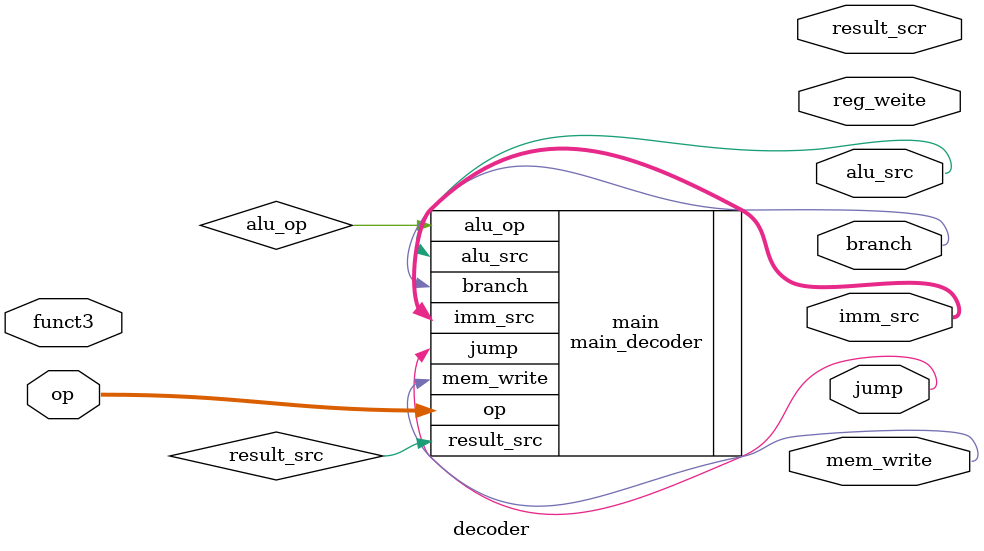
<source format=v>
module decoder(
	input [6:0] op,
	input [3:0] funct3,
	output reg branch, jump, mem_write, alu_src, reg_weite,
	output reg [1:0] result_scr, imm_src
);

wire alu_op;

main_decoder main (
		.op(op),
		.branch(branch), 
		.jump(jump), 
		.mem_write(mem_write),
		.alu_src(alu_src), 
		.result_src(result_src), 
		.imm_src(imm_src), 
		.alu_op(alu_op)
	);
endmodule
</source>
